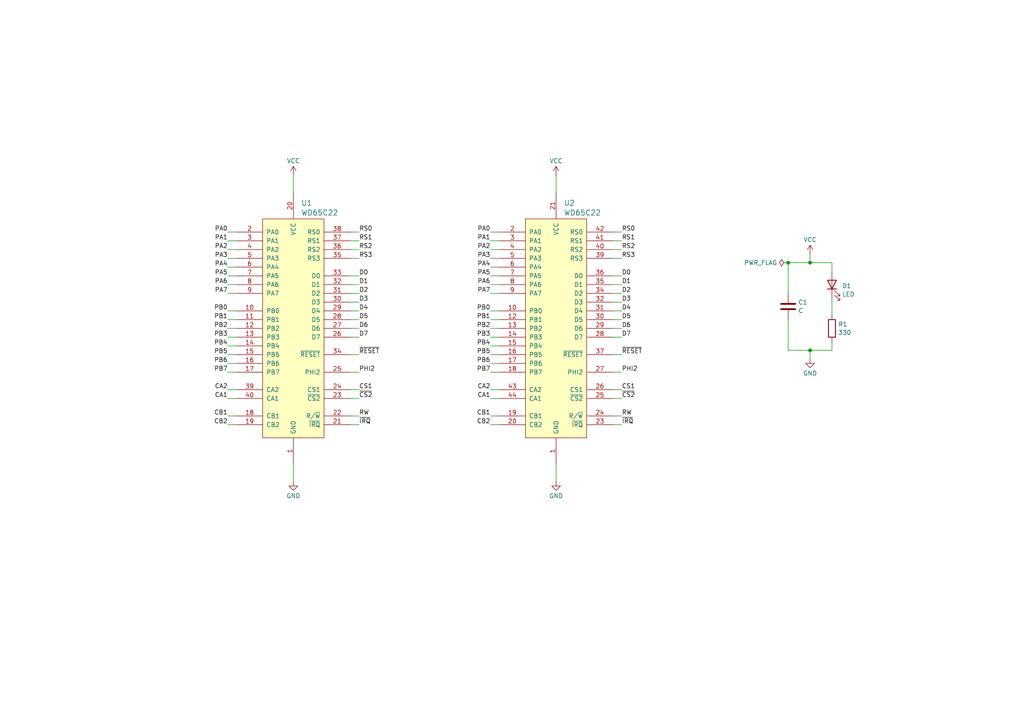
<source format=kicad_sch>
(kicad_sch (version 20231120) (generator "eeschema") (generator_version "8.0")
  (paper "A4")
  (title_block (title "VIA PLCC2DIP") (date "2023-09-17") (rev "1.0") (company "lostwave") (comment 1 "https://github.com/demik/oldworld"))
  (lib_symbols
    (symbol "Device:C" (pin_numbers hide) (pin_names (offset 0.254))
      (property "Reference" "C" (at 0.635 2.54 0))
      (property "Value" "C" (at 0.635 -2.54 0))
      (symbol "C_0_1"
        (polyline (pts (xy -2.032 -0.762) (xy 2.032 -0.762)) (stroke (width 0.508)))
        (polyline (pts (xy -2.032 0.762) (xy 2.032 0.762)) (stroke (width 0.508)))
      )
      (symbol "C_1_1"
        (pin passive line (at 0 3.81 270) (length 2.794) (name "~") (number "1"))
        (pin passive line (at 0 -3.81 90) (length 2.794) (name "~") (number "2"))
      )
    )
    (symbol "Device:LED" (pin_numbers hide) (pin_names (offset 1.016) hide)
      (property "Reference" "D" (at 0 2.54 0))
      (property "Value" "LED" (at 0 -2.54 0))
      (symbol "LED_0_1"
        (polyline (pts (xy -1.27 -1.27) (xy -1.27 1.27)) (stroke (width 0.254)))
        (polyline (pts (xy -1.27 0) (xy 1.27 0)))
        (polyline (pts (xy 1.27 -1.27) (xy 1.27 1.27) (xy -1.27 0) (xy 1.27 -1.27)) (stroke (width 0.254)))
        (polyline (pts (xy -3.048 -0.762) (xy -4.572 -2.286) (xy -3.81 -2.286) (xy -4.572 -2.286) (xy -4.572 -1.524)))
        (polyline (pts (xy -1.778 -0.762) (xy -3.302 -2.286) (xy -2.54 -2.286) (xy -3.302 -2.286) (xy -3.302 -1.524)))
      )
      (symbol "LED_1_1"
        (pin passive line (at -3.81 0 0) (length 2.54) (name "K") (number "1"))
        (pin passive line (at 3.81 0 180) (length 2.54) (name "A") (number "2"))
      )
    )
    (symbol "Device:R" (pin_numbers hide) (pin_names (offset 0))
      (property "Reference" "R" (at 2.032 0 90))
      (property "Value" "R" (at 0 0 90))
      (symbol "R_0_1"
        (rectangle (start -1.016 -2.54) (end 1.016 2.54) (stroke (width 0.254)))
      )
      (symbol "R_1_1"
        (pin passive line (at 0 3.81 270) (length 1.27) (name "~") (number "1"))
        (pin passive line (at 0 -3.81 90) (length 1.27) (name "~") (number "2"))
      )
    )
    (symbol "VIA:WD65C22-TPG" (pin_names (offset 1.016))
      (property "Reference" "U" (at 2.54 34.29 0))
      (property "Value" "WD65C22" (at 0 -7.62 90))
      (symbol "WD65C22-TPG_1_1"
        (rectangle (start -8.89 31.75) (end 8.89 -31.75) (fill (type background)))
        (pin power_in line (at 0 -39.37 90) (length 7.62) (name "GND") (number "1"))
        (pin bidirectional line (at -16.51 5.08 0) (length 7.62) (name "PB0") (number "10"))
        (pin bidirectional line (at -16.51 2.54 0) (length 7.62) (name "PB1") (number "11"))
        (pin bidirectional line (at -16.51 0 0) (length 7.62) (name "PB2") (number "12"))
        (pin bidirectional line (at -16.51 -2.54 0) (length 7.62) (name "PB3") (number "13"))
        (pin bidirectional line (at -16.51 -5.08 0) (length 7.62) (name "PB4") (number "14"))
        (pin bidirectional line (at -16.51 -7.62 0) (length 7.62) (name "PB5") (number "15"))
        (pin bidirectional line (at -16.51 -10.16 0) (length 7.62) (name "PB6") (number "16"))
        (pin bidirectional line (at -16.51 -12.7 0) (length 7.62) (name "PB7") (number "17"))
        (pin bidirectional line (at -16.51 -25.4 0) (length 7.62) (name "CB1") (number "18"))
        (pin output line (at -16.51 -27.94 0) (length 7.62) (name "CB2") (number "19"))
        (pin bidirectional line (at -16.51 27.94 0) (length 7.62) (name "PA0") (number "2"))
        (pin power_in line (at 0 39.37 270) (length 7.62) (name "VCC") (number "20"))
        (pin output line (at 16.51 -27.94 180) (length 7.62) (name "~{IRQ}") (number "21"))
        (pin input line (at 16.51 -25.4 180) (length 7.62) (name "R/~{W}") (number "22"))
        (pin input line (at 16.51 -20.32 180) (length 7.62) (name "~{CS2}") (number "23"))
        (pin input line (at 16.51 -17.78 180) (length 7.62) (name "CS1") (number "24"))
        (pin input line (at 16.51 -12.7 180) (length 7.62) (name "PHI2") (number "25"))
        (pin tri_state line (at 16.51 -2.54 180) (length 7.62) (name "D7") (number "26"))
        (pin tri_state line (at 16.51 0 180) (length 7.62) (name "D6") (number "27"))
        (pin tri_state line (at 16.51 2.54 180) (length 7.62) (name "D5") (number "28"))
        (pin tri_state line (at 16.51 5.08 180) (length 7.62) (name "D4") (number "29"))
        (pin bidirectional line (at -16.51 25.4 0) (length 7.62) (name "PA1") (number "3"))
        (pin tri_state line (at 16.51 7.62 180) (length 7.62) (name "D3") (number "30"))
        (pin tri_state line (at 16.51 10.16 180) (length 7.62) (name "D2") (number "31"))
        (pin tri_state line (at 16.51 12.7 180) (length 7.62) (name "D1") (number "32"))
        (pin tri_state line (at 16.51 15.24 180) (length 7.62) (name "D0") (number "33"))
        (pin input line (at 16.51 -7.62 180) (length 7.62) (name "~{RESET}") (number "34"))
        (pin input line (at 16.51 20.32 180) (length 7.62) (name "RS3") (number "35"))
        (pin input line (at 16.51 22.86 180) (length 7.62) (name "RS2") (number "36"))
        (pin input line (at 16.51 25.4 180) (length 7.62) (name "RS1") (number "37"))
        (pin input line (at 16.51 27.94 180) (length 7.62) (name "RS0") (number "38"))
        (pin bidirectional line (at -16.51 -17.78 0) (length 7.62) (name "CA2") (number "39"))
        (pin bidirectional line (at -16.51 22.86 0) (length 7.62) (name "PA2") (number "4"))
        (pin bidirectional line (at -16.51 -20.32 0) (length 7.62) (name "CA1") (number "40"))
        (pin bidirectional line (at -16.51 20.32 0) (length 7.62) (name "PA3") (number "5"))
        (pin bidirectional line (at -16.51 17.78 0) (length 7.62) (name "PA4") (number "6"))
        (pin bidirectional line (at -16.51 15.24 0) (length 7.62) (name "PA5") (number "7"))
        (pin bidirectional line (at -16.51 12.7 0) (length 7.62) (name "PA6") (number "8"))
        (pin bidirectional line (at -16.51 10.16 0) (length 7.62) (name "PA7") (number "9"))
      )
    )
    (symbol "VIA:WD65C22-TPLG" (pin_names (offset 1.016))
      (property "Reference" "U" (at 2.54 34.29 0))
      (property "Value" "WD65C22" (at 0 -7.62 90))
      (symbol "WD65C22-TPLG_1_1"
        (rectangle (start -8.89 31.75) (end 8.89 -31.75) (fill (type background)))
        (pin power_in line (at 0 -39.37 90) (length 7.62) (name "GND") (number "1"))
        (pin bidirectional line (at -16.51 5.08 0) (length 7.62) (name "PB0") (number "10"))
        (pin no_connect line (at -2.54 -39.37 90) (length 7.62) hide (name "NC") (number "11"))
        (pin bidirectional line (at -16.51 2.54 0) (length 7.62) (name "PB1") (number "12"))
        (pin bidirectional line (at -16.51 0 0) (length 7.62) (name "PB2") (number "13"))
        (pin bidirectional line (at -16.51 -2.54 0) (length 7.62) (name "PB3") (number "14"))
        (pin bidirectional line (at -16.51 -5.08 0) (length 7.62) (name "PB4") (number "15"))
        (pin bidirectional line (at -16.51 -7.62 0) (length 7.62) (name "PB5") (number "16"))
        (pin bidirectional line (at -16.51 -10.16 0) (length 7.62) (name "PB6") (number "17"))
        (pin bidirectional line (at -16.51 -12.7 0) (length 7.62) (name "PB7") (number "18"))
        (pin bidirectional line (at -16.51 -25.4 0) (length 7.62) (name "CB1") (number "19"))
        (pin bidirectional line (at -16.51 27.94 0) (length 7.62) (name "PA0") (number "2"))
        (pin output line (at -16.51 -27.94 0) (length 7.62) (name "CB2") (number "20"))
        (pin power_in line (at 0 39.37 270) (length 7.62) (name "VCC") (number "21"))
        (pin no_connect line (at 2.54 -39.37 90) (length 7.62) hide (name "NC") (number "22"))
        (pin output line (at 16.51 -27.94 180) (length 7.62) (name "~{IRQ}") (number "23"))
        (pin input line (at 16.51 -25.4 180) (length 7.62) (name "R/~{W}") (number "24"))
        (pin input line (at 16.51 -20.32 180) (length 7.62) (name "~{CS2}") (number "25"))
        (pin input line (at 16.51 -17.78 180) (length 7.62) (name "CS1") (number "26"))
        (pin input line (at 16.51 -12.7 180) (length 7.62) (name "PHI2") (number "27"))
        (pin tri_state line (at 16.51 -2.54 180) (length 7.62) (name "D7") (number "28"))
        (pin tri_state line (at 16.51 0 180) (length 7.62) (name "D6") (number "29"))
        (pin bidirectional line (at -16.51 25.4 0) (length 7.62) (name "PA1") (number "3"))
        (pin tri_state line (at 16.51 2.54 180) (length 7.62) (name "D5") (number "30"))
        (pin tri_state line (at 16.51 5.08 180) (length 7.62) (name "D4") (number "31"))
        (pin tri_state line (at 16.51 7.62 180) (length 7.62) (name "D3") (number "32"))
        (pin no_connect line (at 16.51 17.78 180) (length 7.62) hide (name "NC") (number "33"))
        (pin tri_state line (at 16.51 10.16 180) (length 7.62) (name "D2") (number "34"))
        (pin tri_state line (at 16.51 12.7 180) (length 7.62) (name "D1") (number "35"))
        (pin tri_state line (at 16.51 15.24 180) (length 7.62) (name "D0") (number "36"))
        (pin input line (at 16.51 -7.62 180) (length 7.62) (name "~{RESET}") (number "37"))
        (pin no_connect line (at 16.51 -5.08 180) (length 7.62) hide (name "NC") (number "38"))
        (pin input line (at 16.51 20.32 180) (length 7.62) (name "RS3") (number "39"))
        (pin bidirectional line (at -16.51 22.86 0) (length 7.62) (name "PA2") (number "4"))
        (pin input line (at 16.51 22.86 180) (length 7.62) (name "RS2") (number "40"))
        (pin input line (at 16.51 25.4 180) (length 7.62) (name "RS1") (number "41"))
        (pin input line (at 16.51 27.94 180) (length 7.62) (name "RS0") (number "42"))
        (pin bidirectional line (at -16.51 -17.78 0) (length 7.62) (name "CA2") (number "43"))
        (pin bidirectional line (at -16.51 -20.32 0) (length 7.62) (name "CA1") (number "44"))
        (pin bidirectional line (at -16.51 20.32 0) (length 7.62) (name "PA3") (number "5"))
        (pin bidirectional line (at -16.51 17.78 0) (length 7.62) (name "PA4") (number "6"))
        (pin bidirectional line (at -16.51 15.24 0) (length 7.62) (name "PA5") (number "7"))
        (pin bidirectional line (at -16.51 12.7 0) (length 7.62) (name "PA6") (number "8"))
        (pin bidirectional line (at -16.51 10.16 0) (length 7.62) (name "PA7") (number "9"))
      )
    )
    (symbol "power:GND" (power) (pin_names (offset 0))
      (property "Value" "GND" (at 0 -3.81 0))
      (symbol "GND_0_1"
        (polyline (pts (xy 0 0) (xy 0 -1.27) (xy 1.27 -1.27) (xy 0 -2.54) (xy -1.27 -1.27) (xy 0 -1.27)))
      )
      (symbol "GND_1_1"
        (pin power_in line (at 0 0 270) (length 0) hide (name "GND") (number "1"))
      )
    )
    (symbol "power:PWR_FLAG" (power) (pin_numbers hide) (pin_names (offset 0) hide)
      (property "Value" "PWR_FLAG" (at 0 3.81 0))
      (symbol "PWR_FLAG_0_0"
        (pin power_out line (at 0 0 90) (length 0) (name "pwr") (number "1"))
      )
      (symbol "PWR_FLAG_0_1"
        (polyline (pts (xy 0 0) (xy 0 1.27) (xy -1.016 1.905) (xy 0 2.54) (xy 1.016 1.905) (xy 0 1.27)))
      )
    )
    (symbol "power:VCC" (power) (pin_names (offset 0))
      (property "Value" "VCC" (at 0 3.81 0))
      (symbol "VCC_0_1"
        (polyline (pts (xy -0.762 1.27) (xy 0 2.54)))
        (polyline (pts (xy 0 0) (xy 0 2.54)))
        (polyline (pts (xy 0 2.54) (xy 0.762 1.27)))
      )
      (symbol "VCC_1_1"
        (pin power_in line (at 0 0 90) (length 0) hide (name "VCC") (number "1"))
      )
    )
  )
  (junction (at 234.95 76.2))
  (junction (at 234.95 101.6))
  (junction (at 228.6 76.2))
  (wire (pts (xy 66.04 85.09) (xy 68.58 85.09)))
  (wire (pts (xy 241.3 78.74) (xy 241.3 76.2)))
  (wire (pts (xy 101.6 97.79) (xy 104.14 97.79)))
  (wire (pts (xy 142.24 95.25) (xy 144.78 95.25)))
  (wire (pts (xy 101.6 67.31) (xy 104.14 67.31)))
  (wire (pts (xy 177.8 120.65) (xy 180.34 120.65)))
  (wire (pts (xy 101.6 80.01) (xy 104.14 80.01)))
  (wire (pts (xy 85.09 134.62) (xy 85.09 139.7)))
  (wire (pts (xy 161.29 50.8) (xy 161.29 55.88)))
  (wire (pts (xy 142.24 107.95) (xy 144.78 107.95)))
  (wire (pts (xy 228.6 101.6) (xy 234.95 101.6)))
  (wire (pts (xy 66.04 72.39) (xy 68.58 72.39)))
  (wire (pts (xy 177.8 115.57) (xy 180.34 115.57)))
  (wire (pts (xy 142.24 97.79) (xy 144.78 97.79)))
  (wire (pts (xy 142.24 72.39) (xy 144.78 72.39)))
  (wire (pts (xy 101.6 90.17) (xy 104.14 90.17)))
  (wire (pts (xy 66.04 82.55) (xy 68.58 82.55)))
  (wire (pts (xy 101.6 82.55) (xy 104.14 82.55)))
  (wire (pts (xy 177.8 67.31) (xy 180.34 67.31)))
  (wire (pts (xy 177.8 72.39) (xy 180.34 72.39)))
  (wire (pts (xy 177.8 87.63) (xy 180.34 87.63)))
  (wire (pts (xy 177.8 113.03) (xy 180.34 113.03)))
  (wire (pts (xy 101.6 107.95) (xy 104.14 107.95)))
  (wire (pts (xy 101.6 92.71) (xy 104.14 92.71)))
  (wire (pts (xy 142.24 100.33) (xy 144.78 100.33)))
  (wire (pts (xy 66.04 115.57) (xy 68.58 115.57)))
  (wire (pts (xy 241.3 86.36) (xy 241.3 91.44)))
  (wire (pts (xy 101.6 115.57) (xy 104.14 115.57)))
  (wire (pts (xy 161.29 134.62) (xy 161.29 139.7)))
  (wire (pts (xy 177.8 82.55) (xy 180.34 82.55)))
  (wire (pts (xy 177.8 92.71) (xy 180.34 92.71)))
  (wire (pts (xy 142.24 115.57) (xy 144.78 115.57)))
  (wire (pts (xy 85.09 50.8) (xy 85.09 55.88)))
  (wire (pts (xy 142.24 102.87) (xy 144.78 102.87)))
  (wire (pts (xy 241.3 99.06) (xy 241.3 101.6)))
  (wire (pts (xy 66.04 69.85) (xy 68.58 69.85)))
  (wire (pts (xy 101.6 87.63) (xy 104.14 87.63)))
  (wire (pts (xy 177.8 90.17) (xy 180.34 90.17)))
  (wire (pts (xy 228.6 92.71) (xy 228.6 101.6)))
  (wire (pts (xy 101.6 85.09) (xy 104.14 85.09)))
  (wire (pts (xy 66.04 100.33) (xy 68.58 100.33)))
  (wire (pts (xy 66.04 90.17) (xy 68.58 90.17)))
  (wire (pts (xy 66.04 123.19) (xy 68.58 123.19)))
  (wire (pts (xy 177.8 69.85) (xy 180.34 69.85)))
  (wire (pts (xy 142.24 123.19) (xy 144.78 123.19)))
  (wire (pts (xy 234.95 76.2) (xy 228.6 76.2)))
  (wire (pts (xy 177.8 74.93) (xy 180.34 74.93)))
  (wire (pts (xy 142.24 85.09) (xy 144.78 85.09)))
  (wire (pts (xy 101.6 72.39) (xy 104.14 72.39)))
  (wire (pts (xy 101.6 120.65) (xy 104.14 120.65)))
  (wire (pts (xy 66.04 120.65) (xy 68.58 120.65)))
  (wire (pts (xy 142.24 80.01) (xy 144.78 80.01)))
  (wire (pts (xy 66.04 74.93) (xy 68.58 74.93)))
  (wire (pts (xy 177.8 123.19) (xy 180.34 123.19)))
  (wire (pts (xy 142.24 67.31) (xy 144.78 67.31)))
  (wire (pts (xy 101.6 95.25) (xy 104.14 95.25)))
  (wire (pts (xy 142.24 69.85) (xy 144.78 69.85)))
  (wire (pts (xy 142.24 77.47) (xy 144.78 77.47)))
  (wire (pts (xy 66.04 92.71) (xy 68.58 92.71)))
  (wire (pts (xy 66.04 102.87) (xy 68.58 102.87)))
  (wire (pts (xy 177.8 107.95) (xy 180.34 107.95)))
  (wire (pts (xy 234.95 101.6) (xy 234.95 104.14)))
  (wire (pts (xy 66.04 67.31) (xy 68.58 67.31)))
  (wire (pts (xy 101.6 113.03) (xy 104.14 113.03)))
  (wire (pts (xy 177.8 95.25) (xy 180.34 95.25)))
  (wire (pts (xy 101.6 102.87) (xy 104.14 102.87)))
  (wire (pts (xy 241.3 101.6) (xy 234.95 101.6)))
  (wire (pts (xy 142.24 105.41) (xy 144.78 105.41)))
  (wire (pts (xy 177.8 97.79) (xy 180.34 97.79)))
  (wire (pts (xy 66.04 105.41) (xy 68.58 105.41)))
  (wire (pts (xy 66.04 95.25) (xy 68.58 95.25)))
  (wire (pts (xy 234.95 73.66) (xy 234.95 76.2)))
  (wire (pts (xy 177.8 85.09) (xy 180.34 85.09)))
  (wire (pts (xy 228.6 76.2) (xy 228.6 85.09)))
  (wire (pts (xy 66.04 80.01) (xy 68.58 80.01)))
  (wire (pts (xy 177.8 102.87) (xy 180.34 102.87)))
  (wire (pts (xy 66.04 113.03) (xy 68.58 113.03)))
  (wire (pts (xy 142.24 82.55) (xy 144.78 82.55)))
  (wire (pts (xy 142.24 113.03) (xy 144.78 113.03)))
  (wire (pts (xy 142.24 120.65) (xy 144.78 120.65)))
  (wire (pts (xy 66.04 97.79) (xy 68.58 97.79)))
  (wire (pts (xy 142.24 92.71) (xy 144.78 92.71)))
  (wire (pts (xy 177.8 80.01) (xy 180.34 80.01)))
  (wire (pts (xy 142.24 90.17) (xy 144.78 90.17)))
  (wire (pts (xy 101.6 123.19) (xy 104.14 123.19)))
  (wire (pts (xy 142.24 74.93) (xy 144.78 74.93)))
  (wire (pts (xy 66.04 107.95) (xy 68.58 107.95)))
  (wire (pts (xy 241.3 76.2) (xy 234.95 76.2)))
  (wire (pts (xy 101.6 74.93) (xy 104.14 74.93)))
  (wire (pts (xy 101.6 69.85) (xy 104.14 69.85)))
  (wire (pts (xy 66.04 77.47) (xy 68.58 77.47)))
  (label "~{RESET}" (at 104.14 102.87 0))
  (label "PA6" (at 142.24 82.55 180))
  (label "CB2" (at 66.04 123.19 180))
  (label "D1" (at 180.34 82.55 0))
  (label "D7" (at 180.34 97.79 0))
  (label "PA1" (at 142.24 69.85 180))
  (label "PA4" (at 66.04 77.47 180))
  (label "PB5" (at 66.04 102.87 180))
  (label "RS3" (at 180.34 74.93 0))
  (label "PA5" (at 66.04 80.01 180))
  (label "PA6" (at 66.04 82.55 180))
  (label "CA2" (at 66.04 113.03 180))
  (label "RS0" (at 180.34 67.31 0))
  (label "D2" (at 104.14 85.09 0))
  (label "CA1" (at 142.24 115.57 180))
  (label "RS2" (at 180.34 72.39 0))
  (label "CB1" (at 66.04 120.65 180))
  (label "D1" (at 104.14 82.55 0))
  (label "PA3" (at 142.24 74.93 180))
  (label "CB1" (at 142.24 120.65 180))
  (label "PB6" (at 142.24 105.41 180))
  (label "PHI2" (at 104.14 107.95 0))
  (label "~{CS2}" (at 104.14 115.57 0))
  (label "PB4" (at 142.24 100.33 180))
  (label "RW" (at 180.34 120.65 0))
  (label "PA3" (at 66.04 74.93 180))
  (label "~{RESET}" (at 180.34 102.87 0))
  (label "PB0" (at 142.24 90.17 180))
  (label "RS2" (at 104.14 72.39 0))
  (label "CA1" (at 66.04 115.57 180))
  (label "PA2" (at 142.24 72.39 180))
  (label "RS1" (at 104.14 69.85 0))
  (label "PB1" (at 66.04 92.71 180))
  (label "PA1" (at 66.04 69.85 180))
  (label "D5" (at 180.34 92.71 0))
  (label "RS1" (at 180.34 69.85 0))
  (label "PB2" (at 66.04 95.25 180))
  (label "D6" (at 180.34 95.25 0))
  (label "PA4" (at 142.24 77.47 180))
  (label "D5" (at 104.14 92.71 0))
  (label "RS0" (at 104.14 67.31 0))
  (label "CS1" (at 180.34 113.03 0))
  (label "RW" (at 104.14 120.65 0))
  (label "D7" (at 104.14 97.79 0))
  (label "~{IRQ}" (at 104.14 123.19 0))
  (label "PA0" (at 142.24 67.31 180))
  (label "D0" (at 180.34 80.01 0))
  (label "D3" (at 104.14 87.63 0))
  (label "PA5" (at 142.24 80.01 180))
  (label "PB7" (at 142.24 107.95 180))
  (label "PB2" (at 142.24 95.25 180))
  (label "PA2" (at 66.04 72.39 180))
  (label "PB7" (at 66.04 107.95 180))
  (label "PB4" (at 66.04 100.33 180))
  (label "PA0" (at 66.04 67.31 180))
  (label "CA2" (at 142.24 113.03 180))
  (label "RS3" (at 104.14 74.93 0))
  (label "D0" (at 104.14 80.01 0))
  (label "PB6" (at 66.04 105.41 180))
  (label "CS1" (at 104.14 113.03 0))
  (label "D4" (at 180.34 90.17 0))
  (label "D3" (at 180.34 87.63 0))
  (label "D6" (at 104.14 95.25 0))
  (label "PA7" (at 66.04 85.09 180))
  (label "PB0" (at 66.04 90.17 180))
  (label "PB3" (at 142.24 97.79 180))
  (label "PB5" (at 142.24 102.87 180))
  (label "~{IRQ}" (at 180.34 123.19 0))
  (label "PHI2" (at 180.34 107.95 0))
  (label "CB2" (at 142.24 123.19 180))
  (label "PB1" (at 142.24 92.71 180))
  (label "PB3" (at 66.04 97.79 180))
  (label "D2" (at 180.34 85.09 0))
  (label "~{CS2}" (at 180.34 115.57 0))
  (label "PA7" (at 142.24 85.09 180))
  (label "D4" (at 104.14 90.17 0))
  (symbol (lib_id "power:GND") (at 161.29 139.7 0) (unit 1)
    (property "Reference" "#PWR04" (effects (hide yes)))
    (property "Value" "GND" (at 161.29 143.8331 0))
  )
  (symbol (lib_id "VIA:WD65C22-TPLG") (at 161.29 95.25 0) (unit 1)
    (property "Reference" "U2" (at 163.4841 58.8698 0) (effects (font (size 1.524 1.524)) (justify left)))
    (property "Value" "WD65C22" (at 163.4841 61.7026 0) (effects (font (size 1.524 1.524)) (justify left)))
    (property "Footprint" "Package_LCC:PLCC-44_THT-Socket" (effects (hide yes)))
    (property "Datasheet" "https://www.westerndesigncenter.com/wdc/w65c22-chip.php" (effects (hide yes)))
  )
  (symbol (lib_id "Device:R") (at 241.3 95.25 0) (unit 1)
    (property "Reference" "R1" (at 243.078 94.0379 0) (effects (justify left)))
    (property "Value" "330" (at 243.078 96.4621 0) (effects (justify left)))
    (property "Footprint" "Resistor_THT:R_Axial_DIN0207_L6.3mm_D2.5mm_P7.62mm_Horizontal" (effects (hide yes)))
  )
  (symbol (lib_id "power:GND") (at 85.09 139.7 0) (unit 1)
    (property "Reference" "#PWR03" (effects (hide yes)))
    (property "Value" "GND" (at 85.09 143.8331 0))
  )
  (symbol (lib_id "power:VCC") (at 161.29 50.8 0) (unit 1)
    (property "Reference" "#PWR02" (effects (hide yes)))
    (property "Value" "VCC" (at 161.29 46.6669 0))
  )
  (symbol (lib_id "power:PWR_FLAG") (at 228.6 76.2 90) (unit 1)
    (property "Reference" "#FLG01" (effects (hide yes)))
    (property "Value" "PWR_FLAG" (at 225.4251 76.2 90) (effects (justify left)))
  )
  (symbol (lib_id "Device:LED") (at 241.3 82.55 90) (unit 1)
    (property "Reference" "D1" (at 244.221 82.9254 90) (effects (justify right)))
    (property "Value" "LED" (at 244.221 85.3496 90) (effects (justify right)))
    (property "Footprint" "LED_THT:LED_D3.0mm" (effects (hide yes)))
  )
  (symbol (lib_id "power:GND") (at 234.95 104.14 0) (unit 1)
    (property "Reference" "#PWR05" (effects (hide yes)))
    (property "Value" "GND" (at 234.95 108.2731 0))
  )
  (symbol (lib_id "power:VCC") (at 234.95 73.66 0) (unit 1)
    (property "Reference" "#PWR06" (effects (hide yes)))
    (property "Value" "VCC" (at 234.95 69.5269 0))
  )
  (symbol (lib_id "power:VCC") (at 85.09 50.8 0) (unit 1)
    (property "Reference" "#PWR01" (effects (hide yes)))
    (property "Value" "VCC" (at 85.09 46.6669 0))
  )
  (symbol (lib_id "Device:C") (at 228.6 88.9 0) (unit 1)
    (property "Reference" "C1" (at 231.521 87.6879 0) (effects (justify left)))
    (property "Value" "C" (at 231.521 90.1121 0) (effects (justify left)))
    (property "Footprint" "Capacitor_THT:C_Axial_L3.8mm_D2.6mm_P7.50mm_Horizontal" (effects (hide yes)))
  )
  (symbol (lib_id "VIA:WD65C22-TPG") (at 85.09 95.25 0) (unit 1)
    (property "Reference" "U1" (at 87.2841 58.8698 0) (effects (font (size 1.524 1.524)) (justify left)))
    (property "Value" "WD65C22" (at 87.2841 61.7026 0) (effects (font (size 1.524 1.524)) (justify left)))
    (property "Footprint" "Package_DIP:DIP-40_W15.24mm" (effects (hide yes)))
    (property "Datasheet" "https://www.westerndesigncenter.com/wdc/w65c22-chip.php" (effects (hide yes)))
  )
)
</source>
